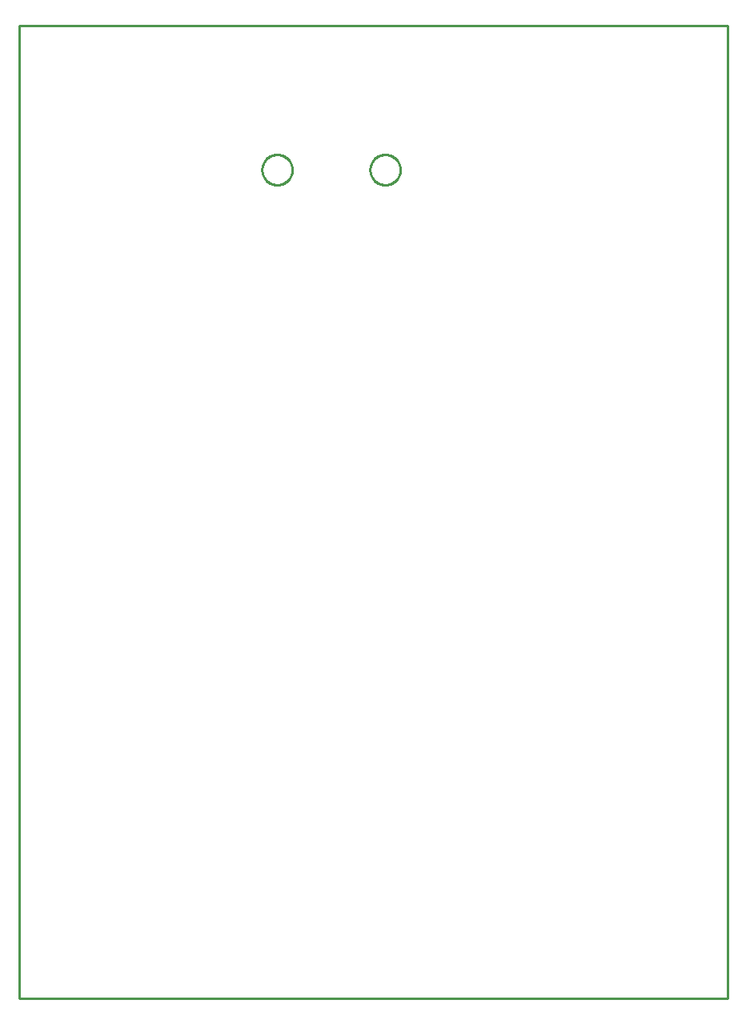
<source format=gbr>
G04 EAGLE Gerber X2 export*
%TF.Part,Single*%
%TF.FileFunction,Profile,NP*%
%TF.FilePolarity,Positive*%
%TF.GenerationSoftware,Autodesk,EAGLE,9.1.3*%
%TF.CreationDate,2019-02-03T20:39:41Z*%
G75*
%MOMM*%
%FSLAX34Y34*%
%LPD*%
%AMOC8*
5,1,8,0,0,1.08239X$1,22.5*%
G01*
%ADD10C,0.254000*%


D10*
X-368300Y-584200D02*
X381000Y-584200D01*
X381000Y444500D01*
X-368300Y444500D01*
X-368300Y-584200D01*
X3050Y292624D02*
X3119Y293669D01*
X3255Y294708D01*
X3460Y295735D01*
X3731Y296747D01*
X4067Y297739D01*
X4468Y298707D01*
X4932Y299646D01*
X5456Y300554D01*
X6038Y301425D01*
X6675Y302256D01*
X7366Y303043D01*
X8107Y303784D01*
X8894Y304475D01*
X9725Y305113D01*
X10596Y305695D01*
X11504Y306218D01*
X12443Y306682D01*
X13411Y307083D01*
X14403Y307419D01*
X15415Y307690D01*
X16442Y307895D01*
X17481Y308032D01*
X18526Y308100D01*
X19574Y308100D01*
X20619Y308032D01*
X21658Y307895D01*
X22685Y307690D01*
X23697Y307419D01*
X24689Y307083D01*
X25657Y306682D01*
X26596Y306218D01*
X27504Y305695D01*
X28375Y305113D01*
X29206Y304475D01*
X29993Y303784D01*
X30734Y303043D01*
X31425Y302256D01*
X32063Y301425D01*
X32645Y300554D01*
X33168Y299646D01*
X33632Y298707D01*
X34033Y297739D01*
X34369Y296747D01*
X34640Y295735D01*
X34845Y294708D01*
X34982Y293669D01*
X35050Y292624D01*
X35050Y291576D01*
X34982Y290531D01*
X34845Y289492D01*
X34640Y288465D01*
X34369Y287453D01*
X34033Y286461D01*
X33632Y285493D01*
X33168Y284554D01*
X32645Y283646D01*
X32063Y282775D01*
X31425Y281944D01*
X30734Y281157D01*
X29993Y280416D01*
X29206Y279725D01*
X28375Y279088D01*
X27504Y278506D01*
X26596Y277982D01*
X25657Y277518D01*
X24689Y277117D01*
X23697Y276781D01*
X22685Y276510D01*
X21658Y276305D01*
X20619Y276169D01*
X19574Y276100D01*
X18526Y276100D01*
X17481Y276169D01*
X16442Y276305D01*
X15415Y276510D01*
X14403Y276781D01*
X13411Y277117D01*
X12443Y277518D01*
X11504Y277982D01*
X10596Y278506D01*
X9725Y279088D01*
X8894Y279725D01*
X8107Y280416D01*
X7366Y281157D01*
X6675Y281944D01*
X6038Y282775D01*
X5456Y283646D01*
X4932Y284554D01*
X4468Y285493D01*
X4067Y286461D01*
X3731Y287453D01*
X3460Y288465D01*
X3255Y289492D01*
X3119Y290531D01*
X3050Y291576D01*
X3050Y292624D01*
X-111250Y292624D02*
X-111182Y293669D01*
X-111045Y294708D01*
X-110840Y295735D01*
X-110569Y296747D01*
X-110233Y297739D01*
X-109832Y298707D01*
X-109368Y299646D01*
X-108845Y300554D01*
X-108263Y301425D01*
X-107625Y302256D01*
X-106934Y303043D01*
X-106193Y303784D01*
X-105406Y304475D01*
X-104575Y305113D01*
X-103704Y305695D01*
X-102796Y306218D01*
X-101857Y306682D01*
X-100889Y307083D01*
X-99897Y307419D01*
X-98885Y307690D01*
X-97858Y307895D01*
X-96819Y308032D01*
X-95774Y308100D01*
X-94726Y308100D01*
X-93681Y308032D01*
X-92642Y307895D01*
X-91615Y307690D01*
X-90603Y307419D01*
X-89611Y307083D01*
X-88643Y306682D01*
X-87704Y306218D01*
X-86796Y305695D01*
X-85925Y305113D01*
X-85094Y304475D01*
X-84307Y303784D01*
X-83566Y303043D01*
X-82875Y302256D01*
X-82238Y301425D01*
X-81656Y300554D01*
X-81132Y299646D01*
X-80668Y298707D01*
X-80267Y297739D01*
X-79931Y296747D01*
X-79660Y295735D01*
X-79455Y294708D01*
X-79319Y293669D01*
X-79250Y292624D01*
X-79250Y291576D01*
X-79319Y290531D01*
X-79455Y289492D01*
X-79660Y288465D01*
X-79931Y287453D01*
X-80267Y286461D01*
X-80668Y285493D01*
X-81132Y284554D01*
X-81656Y283646D01*
X-82238Y282775D01*
X-82875Y281944D01*
X-83566Y281157D01*
X-84307Y280416D01*
X-85094Y279725D01*
X-85925Y279088D01*
X-86796Y278506D01*
X-87704Y277982D01*
X-88643Y277518D01*
X-89611Y277117D01*
X-90603Y276781D01*
X-91615Y276510D01*
X-92642Y276305D01*
X-93681Y276169D01*
X-94726Y276100D01*
X-95774Y276100D01*
X-96819Y276169D01*
X-97858Y276305D01*
X-98885Y276510D01*
X-99897Y276781D01*
X-100889Y277117D01*
X-101857Y277518D01*
X-102796Y277982D01*
X-103704Y278506D01*
X-104575Y279088D01*
X-105406Y279725D01*
X-106193Y280416D01*
X-106934Y281157D01*
X-107625Y281944D01*
X-108263Y282775D01*
X-108845Y283646D01*
X-109368Y284554D01*
X-109832Y285493D01*
X-110233Y286461D01*
X-110569Y287453D01*
X-110840Y288465D01*
X-111045Y289492D01*
X-111182Y290531D01*
X-111250Y291576D01*
X-111250Y292624D01*
M02*

</source>
